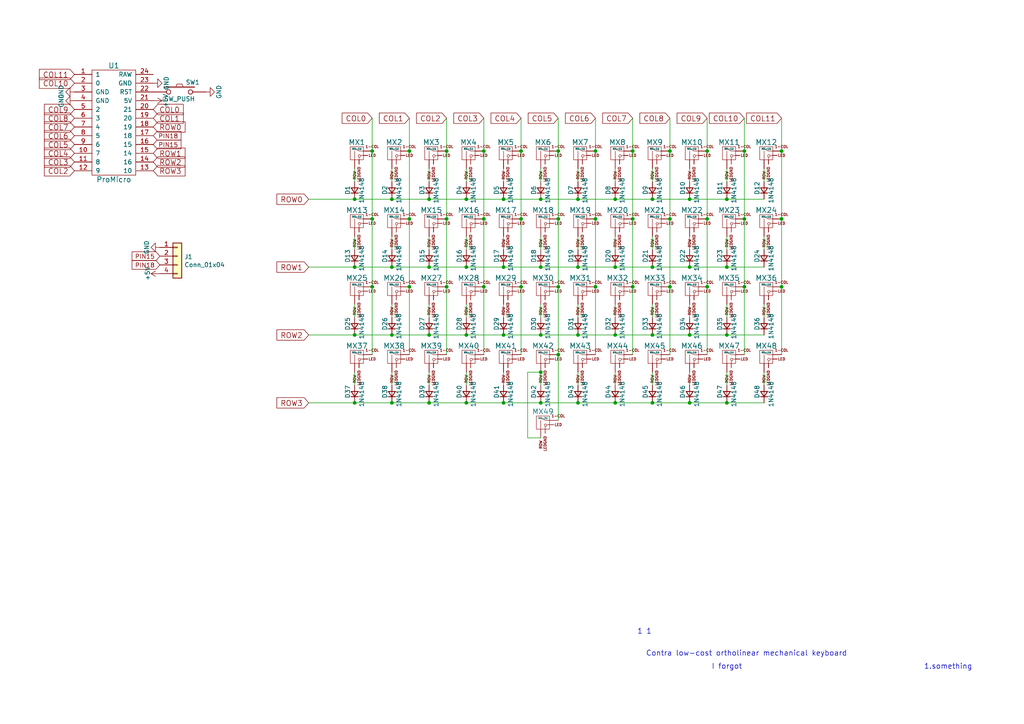
<source format=kicad_sch>
(kicad_sch (version 20211123) (generator eeschema)
  (paper "A4")
  (lib_symbols
    (symbol "Connector_Generic:Conn_01x04" (pin_names (offset 1.016) hide)
      (property "Reference" "J" (at 0 5.08 0))
      (property "Value" "Conn_01x04" (at 0 -7.62 0))
      (symbol "Conn_01x04_1_1"
        (pin passive line (at -5.08 2.54 0) (length 3.81) (name "Pin_1") (number "1"))
        (pin passive line (at -5.08 0 0) (length 3.81) (name "Pin_2") (number "2"))
        (pin passive line (at -5.08 -2.54 0) (length 3.81) (name "Pin_3") (number "3"))
        (pin passive line (at -5.08 -5.08 0) (length 3.81) (name "Pin_4") (number "4"))
      )
    )
    (symbol "Contra-rescue:MX-1U-MX_Alps_Hybrids" (pin_names (offset 1.016))
      (property "Reference" "MX" (at 0 3.175 0))
      (property "Value" "MX-1U-MX_Alps_Hybrids" (at 0 1.27 0))
      (symbol "MX-1U-MX_Alps_Hybrids_0_0"
        (text "1-COL" (at 4.445 1.905 0) (effects (font (size 0.762 0.762))))
        (text "LED" (at 4.445 -0.635 0) (effects (font (size 0.762 0.762))))
        (text "ROW" (at -0.635 -5.08 900) (effects (font (size 0.762 0.762)) (justify right)))
      )
      (symbol "MX-1U-MX_Alps_Hybrids_1_0"
        (text "LEDGND" (at 0.635 -3.81 900) (effects (font (size 0.762 0.762)) (justify right)))
      )
      (symbol "MX-1U-MX_Alps_Hybrids_1_1"
        (pin passive line (at 4.445 0.635 180) (length 2.54) (name "COL") (number "1"))
        (pin passive line (at -0.635 -4.445 90) (length 2.54) (name "ROW") (number "2"))
        (pin passive line (at 3.175 -0.635 180) (length 1.27) (name "LED") (number "3"))
        (pin passive line (at 0.635 -3.175 90) (length 1.27) (name "LEDGND") (number "4"))
      )
    )
    (symbol "Contra-rescue:MX-2U-MX_Alps_Hybrids" (pin_names (offset 1.016))
      (property "Reference" "MX" (at 0 3.175 0))
      (property "Value" "MX-2U-MX_Alps_Hybrids" (at 0 1.27 0))
      (symbol "MX-2U-MX_Alps_Hybrids_0_0"
        (text "1-COL" (at 4.445 1.905 0) (effects (font (size 0.762 0.762))))
        (text "LED" (at 4.445 -0.635 0) (effects (font (size 0.762 0.762))))
        (text "ROW" (at -0.635 -5.08 900) (effects (font (size 0.762 0.762)) (justify right)))
      )
      (symbol "MX-2U-MX_Alps_Hybrids_1_0"
        (text "LEDGND" (at 0.635 -3.81 900) (effects (font (size 0.762 0.762)) (justify right)))
      )
      (symbol "MX-2U-MX_Alps_Hybrids_1_1"
        (pin passive line (at 4.445 0.635 180) (length 2.54) (name "COL") (number "1"))
        (pin passive line (at -0.635 -4.445 90) (length 2.54) (name "ROW") (number "2"))
        (pin passive line (at 3.175 -0.635 180) (length 1.27) (name "LED") (number "3"))
        (pin passive line (at 0.635 -3.175 90) (length 1.27) (name "LEDGND") (number "4"))
      )
    )
    (symbol "Contra-rescue:ProMicro-josh" (pin_names (offset 1.016))
      (property "Reference" "U" (at 0 26.67 0))
      (property "Value" "ProMicro-josh" (at 0 -6.35 0))
      (symbol "ProMicro-josh_1_1"
        (pin input line (at -11.43 24.13 0) (length 5.08) (name "1") (number "1"))
        (pin input line (at -11.43 1.27 0) (length 5.08) (name "7") (number "10"))
        (pin input line (at -11.43 -1.27 0) (length 5.08) (name "8") (number "11"))
        (pin input line (at -11.43 -3.81 0) (length 5.08) (name "9") (number "12"))
        (pin input line (at 11.43 -3.81 180) (length 5.08) (name "10") (number "13"))
        (pin input line (at 11.43 -1.27 180) (length 5.08) (name "16") (number "14"))
        (pin input line (at 11.43 1.27 180) (length 5.08) (name "14") (number "15"))
        (pin input line (at 11.43 3.81 180) (length 5.08) (name "15") (number "16"))
        (pin input line (at 11.43 6.35 180) (length 5.08) (name "18") (number "17"))
        (pin input line (at 11.43 8.89 180) (length 5.08) (name "19") (number "18"))
        (pin input line (at 11.43 11.43 180) (length 5.08) (name "20") (number "19"))
        (pin input line (at -11.43 21.59 0) (length 5.08) (name "0") (number "2"))
        (pin input line (at 11.43 13.97 180) (length 5.08) (name "21") (number "20"))
        (pin input line (at 11.43 16.51 180) (length 5.08) (name "5V") (number "21"))
        (pin input line (at 11.43 19.05 180) (length 5.08) (name "RST") (number "22"))
        (pin input line (at 11.43 21.59 180) (length 5.08) (name "GND") (number "23"))
        (pin input line (at 11.43 24.13 180) (length 5.08) (name "RAW") (number "24"))
        (pin input line (at -11.43 19.05 0) (length 5.08) (name "GND") (number "3"))
        (pin input line (at -11.43 16.51 0) (length 5.08) (name "GND") (number "4"))
        (pin input line (at -11.43 13.97 0) (length 5.08) (name "2") (number "5"))
        (pin input line (at -11.43 11.43 0) (length 5.08) (name "3") (number "6"))
        (pin input line (at -11.43 8.89 0) (length 5.08) (name "4") (number "7"))
        (pin input line (at -11.43 6.35 0) (length 5.08) (name "5") (number "8"))
        (pin input line (at -11.43 3.81 0) (length 5.08) (name "6") (number "9"))
      )
    )
    (symbol "Device:D_Small" (pin_numbers hide) (pin_names (offset 0.254) hide)
      (property "Reference" "D" (at -1.27 2.032 0))
      (property "Value" "D_Small" (at -3.81 -2.032 0))
      (symbol "D_Small_1_1"
        (pin passive line (at -2.54 0 0) (length 1.778) (name "K") (number "1"))
        (pin passive line (at 2.54 0 180) (length 1.778) (name "A") (number "2"))
      )
    )
    (symbol "keyboard_parts:SW_PUSH" (pin_numbers hide) (pin_names (offset 1.016) hide)
      (property "Reference" "SW" (at 3.81 2.794 0))
      (property "Value" "SW_PUSH" (at 0 -2.032 0))
      (symbol "SW_PUSH_0_1"
        (pin passive inverted (at -7.62 0 0) (length 5.08) (name "1") (number "1"))
        (pin passive inverted (at 7.62 0 180) (length 5.08) (name "2") (number "2"))
      )
    )
    (symbol "power:+5V" (power) (pin_names (offset 0))
      (property "Value" "+5V" (at 0 3.556 0))
      (symbol "+5V_1_1"
        (pin power_in line (at 0 0 90) (length 0) hide (name "+5V") (number "1"))
      )
    )
    (symbol "power:GND" (power) (pin_names (offset 0))
      (property "Value" "GND" (at 0 -3.81 0))
      (symbol "GND_1_1"
        (pin power_in line (at 0 0 270) (length 0) hide (name "GND") (number "1"))
      )
    )
  )
  (junction (at 172.72 43.815))
  (junction (at 102.87 116.84))
  (junction (at 102.87 57.785))
  (junction (at 172.72 63.5))
  (junction (at 205.105 83.185))
  (junction (at 161.925 83.185))
  (junction (at 200.025 97.155))
  (junction (at 194.31 43.815))
  (junction (at 205.105 43.815))
  (junction (at 113.665 97.155))
  (junction (at 167.64 77.47))
  (junction (at 167.64 116.84))
  (junction (at 210.82 57.785))
  (junction (at 215.9 63.5))
  (junction (at 156.845 77.47))
  (junction (at 210.82 116.84))
  (junction (at 113.665 57.785))
  (junction (at 200.025 116.84))
  (junction (at 161.925 102.87))
  (junction (at 161.925 43.815))
  (junction (at 146.05 97.155))
  (junction (at 200.025 57.785))
  (junction (at 129.54 63.5))
  (junction (at 135.255 116.84))
  (junction (at 156.845 116.84))
  (junction (at 189.23 97.155))
  (junction (at 226.695 83.185))
  (junction (at 140.335 63.5))
  (junction (at 156.845 97.155))
  (junction (at 146.05 57.785))
  (junction (at 135.255 97.155))
  (junction (at 183.515 43.815))
  (junction (at 194.31 63.5))
  (junction (at 189.23 57.785))
  (junction (at 178.435 57.785))
  (junction (at 118.745 83.185))
  (junction (at 107.95 43.815))
  (junction (at 226.695 43.815))
  (junction (at 167.64 57.785))
  (junction (at 140.335 43.815))
  (junction (at 215.9 43.815))
  (junction (at 107.95 83.185))
  (junction (at 194.31 83.185))
  (junction (at 178.435 97.155))
  (junction (at 129.54 43.815))
  (junction (at 215.9 83.185))
  (junction (at 107.95 63.5))
  (junction (at 151.13 83.185))
  (junction (at 135.255 57.785))
  (junction (at 124.46 116.84))
  (junction (at 102.87 77.47))
  (junction (at 178.435 116.84))
  (junction (at 151.13 63.5))
  (junction (at 167.64 97.155))
  (junction (at 161.925 63.5))
  (junction (at 226.695 63.5))
  (junction (at 113.665 116.84))
  (junction (at 102.87 97.155))
  (junction (at 189.23 77.47))
  (junction (at 124.46 57.785))
  (junction (at 140.335 83.185))
  (junction (at 135.255 77.47))
  (junction (at 172.72 83.185))
  (junction (at 200.025 77.47))
  (junction (at 156.845 57.785))
  (junction (at 183.515 83.185))
  (junction (at 183.515 63.5))
  (junction (at 146.05 116.84))
  (junction (at 210.82 97.155))
  (junction (at 156.845 107.95))
  (junction (at 129.54 83.185))
  (junction (at 113.665 77.47))
  (junction (at 146.05 77.47))
  (junction (at 124.46 97.155))
  (junction (at 118.745 43.815))
  (junction (at 189.23 116.84))
  (junction (at 124.46 77.47))
  (junction (at 205.105 63.5))
  (junction (at 178.435 77.47))
  (junction (at 210.82 77.47))
  (junction (at 151.13 43.815))
  (junction (at 118.745 63.5))
  (wire (pts (xy 189.23 88.265) (xy 189.23 92.075)))
  (wire (pts (xy 189.23 48.895) (xy 189.23 52.705)))
  (wire (pts (xy 178.435 88.265) (xy 178.435 92.075)))
  (wire (pts (xy 161.925 102.87) (xy 161.925 121.92)))
  (wire (pts (xy 153.035 127) (xy 156.845 127)))
  (wire (pts (xy 146.05 88.265) (xy 146.05 92.075)))
  (wire (pts (xy 113.665 57.785) (xy 124.46 57.785)))
  (wire (pts (xy 200.025 97.155) (xy 210.82 97.155)))
  (wire (pts (xy 167.64 77.47) (xy 178.435 77.47)))
  (wire (pts (xy 200.025 107.95) (xy 200.025 111.76)))
  (wire (pts (xy 189.23 116.84) (xy 200.025 116.84)))
  (wire (pts (xy 210.82 77.47) (xy 221.615 77.47)))
  (wire (pts (xy 102.87 88.265) (xy 102.87 92.075)))
  (wire (pts (xy 156.845 48.895) (xy 156.845 52.705)))
  (wire (pts (xy 210.82 97.155) (xy 221.615 97.155)))
  (wire (pts (xy 140.335 34.29) (xy 140.335 43.815)))
  (wire (pts (xy 156.845 116.84) (xy 167.64 116.84)))
  (wire (pts (xy 205.105 63.5) (xy 205.105 83.185)))
  (wire (pts (xy 146.05 48.895) (xy 146.05 52.705)))
  (wire (pts (xy 135.255 97.155) (xy 146.05 97.155)))
  (wire (pts (xy 200.025 88.265) (xy 200.025 92.075)))
  (wire (pts (xy 161.925 34.29) (xy 161.925 43.815)))
  (wire (pts (xy 135.255 77.47) (xy 146.05 77.47)))
  (wire (pts (xy 151.13 43.815) (xy 151.13 63.5)))
  (wire (pts (xy 183.515 83.185) (xy 183.515 102.87)))
  (wire (pts (xy 161.925 43.815) (xy 161.925 63.5)))
  (wire (pts (xy 156.845 107.95) (xy 153.035 107.95)))
  (wire (pts (xy 200.025 68.58) (xy 200.025 72.39)))
  (wire (pts (xy 118.745 83.185) (xy 118.745 102.87)))
  (wire (pts (xy 194.31 83.185) (xy 194.31 102.87)))
  (wire (pts (xy 124.46 97.155) (xy 135.255 97.155)))
  (wire (pts (xy 113.665 116.84) (xy 124.46 116.84)))
  (wire (pts (xy 215.9 43.815) (xy 215.9 63.5)))
  (wire (pts (xy 89.535 116.84) (xy 102.87 116.84)))
  (wire (pts (xy 210.82 48.895) (xy 210.82 52.705)))
  (wire (pts (xy 172.72 83.185) (xy 172.72 102.87)))
  (wire (pts (xy 167.64 48.895) (xy 167.64 52.705)))
  (wire (pts (xy 124.46 57.785) (xy 135.255 57.785)))
  (wire (pts (xy 102.87 116.84) (xy 113.665 116.84)))
  (wire (pts (xy 200.025 77.47) (xy 210.82 77.47)))
  (wire (pts (xy 189.23 97.155) (xy 200.025 97.155)))
  (wire (pts (xy 118.745 34.29) (xy 118.745 43.815)))
  (wire (pts (xy 135.255 88.265) (xy 135.255 92.075)))
  (wire (pts (xy 183.515 34.29) (xy 183.515 43.815)))
  (wire (pts (xy 156.845 107.95) (xy 156.845 111.76)))
  (wire (pts (xy 178.435 107.95) (xy 178.435 111.76)))
  (wire (pts (xy 161.925 63.5) (xy 161.925 83.185)))
  (wire (pts (xy 140.335 63.5) (xy 140.335 83.185)))
  (wire (pts (xy 140.335 43.815) (xy 140.335 63.5)))
  (wire (pts (xy 129.54 63.5) (xy 129.54 83.185)))
  (wire (pts (xy 221.615 88.265) (xy 221.615 92.075)))
  (wire (pts (xy 161.925 83.185) (xy 161.925 102.87)))
  (wire (pts (xy 146.05 107.95) (xy 146.05 111.76)))
  (wire (pts (xy 89.535 57.785) (xy 102.87 57.785)))
  (wire (pts (xy 135.255 48.895) (xy 135.255 52.705)))
  (wire (pts (xy 205.105 34.29) (xy 205.105 43.815)))
  (wire (pts (xy 107.95 83.185) (xy 107.95 102.87)))
  (wire (pts (xy 205.105 83.185) (xy 205.105 102.87)))
  (wire (pts (xy 172.72 63.5) (xy 172.72 83.185)))
  (wire (pts (xy 226.695 63.5) (xy 226.695 83.185)))
  (wire (pts (xy 167.64 57.785) (xy 178.435 57.785)))
  (wire (pts (xy 102.87 107.95) (xy 102.87 111.76)))
  (wire (pts (xy 113.665 68.58) (xy 113.665 72.39)))
  (wire (pts (xy 102.87 97.155) (xy 113.665 97.155)))
  (wire (pts (xy 124.46 77.47) (xy 135.255 77.47)))
  (wire (pts (xy 135.255 68.58) (xy 135.255 72.39)))
  (wire (pts (xy 146.05 77.47) (xy 156.845 77.47)))
  (wire (pts (xy 189.23 57.785) (xy 200.025 57.785)))
  (wire (pts (xy 200.025 48.895) (xy 200.025 52.705)))
  (wire (pts (xy 200.025 116.84) (xy 210.82 116.84)))
  (wire (pts (xy 221.615 68.58) (xy 221.615 72.39)))
  (wire (pts (xy 178.435 77.47) (xy 189.23 77.47)))
  (wire (pts (xy 146.05 97.155) (xy 156.845 97.155)))
  (wire (pts (xy 151.13 63.5) (xy 151.13 83.185)))
  (wire (pts (xy 113.665 88.265) (xy 113.665 92.075)))
  (wire (pts (xy 210.82 116.84) (xy 221.615 116.84)))
  (wire (pts (xy 129.54 83.185) (xy 129.54 102.87)))
  (wire (pts (xy 215.9 34.29) (xy 215.9 43.815)))
  (wire (pts (xy 89.535 97.155) (xy 102.87 97.155)))
  (wire (pts (xy 226.695 43.815) (xy 226.695 63.5)))
  (wire (pts (xy 124.46 48.895) (xy 124.46 52.705)))
  (wire (pts (xy 124.46 88.265) (xy 124.46 92.075)))
  (wire (pts (xy 118.745 63.5) (xy 118.745 83.185)))
  (wire (pts (xy 113.665 48.895) (xy 113.665 52.705)))
  (wire (pts (xy 135.255 107.95) (xy 135.255 111.76)))
  (wire (pts (xy 210.82 57.785) (xy 221.615 57.785)))
  (wire (pts (xy 153.035 107.95) (xy 153.035 127)))
  (wire (pts (xy 226.695 83.185) (xy 226.695 102.87)))
  (wire (pts (xy 178.435 116.84) (xy 189.23 116.84)))
  (wire (pts (xy 102.87 77.47) (xy 113.665 77.47)))
  (wire (pts (xy 194.31 34.29) (xy 194.31 43.815)))
  (wire (pts (xy 210.82 107.95) (xy 210.82 111.76)))
  (wire (pts (xy 194.31 63.5) (xy 194.31 83.185)))
  (wire (pts (xy 189.23 68.58) (xy 189.23 72.39)))
  (wire (pts (xy 107.95 43.815) (xy 107.95 63.5)))
  (wire (pts (xy 135.255 116.84) (xy 146.05 116.84)))
  (wire (pts (xy 89.535 77.47) (xy 102.87 77.47)))
  (wire (pts (xy 124.46 107.95) (xy 124.46 111.76)))
  (wire (pts (xy 167.64 68.58) (xy 167.64 72.39)))
  (wire (pts (xy 221.615 107.95) (xy 221.615 111.76)))
  (wire (pts (xy 172.72 34.29) (xy 172.72 43.815)))
  (wire (pts (xy 167.64 107.95) (xy 167.64 111.76)))
  (wire (pts (xy 178.435 57.785) (xy 189.23 57.785)))
  (wire (pts (xy 210.82 88.265) (xy 210.82 92.075)))
  (wire (pts (xy 156.845 68.58) (xy 156.845 72.39)))
  (wire (pts (xy 178.435 97.155) (xy 189.23 97.155)))
  (wire (pts (xy 167.64 88.265) (xy 167.64 92.075)))
  (wire (pts (xy 156.845 77.47) (xy 167.64 77.47)))
  (wire (pts (xy 172.72 43.815) (xy 172.72 63.5)))
  (wire (pts (xy 221.615 48.895) (xy 221.615 52.705)))
  (wire (pts (xy 151.13 83.185) (xy 151.13 102.87)))
  (wire (pts (xy 146.05 116.84) (xy 156.845 116.84)))
  (wire (pts (xy 146.05 57.785) (xy 156.845 57.785)))
  (wire (pts (xy 156.845 88.265) (xy 156.845 92.075)))
  (wire (pts (xy 107.95 34.29) (xy 107.95 43.815)))
  (wire (pts (xy 189.23 107.95) (xy 189.23 111.76)))
  (wire (pts (xy 151.13 34.29) (xy 151.13 43.815)))
  (wire (pts (xy 135.255 57.785) (xy 146.05 57.785)))
  (wire (pts (xy 194.31 43.815) (xy 194.31 63.5)))
  (wire (pts (xy 129.54 43.815) (xy 129.54 63.5)))
  (wire (pts (xy 200.025 57.785) (xy 210.82 57.785)))
  (wire (pts (xy 102.87 48.895) (xy 102.87 52.705)))
  (wire (pts (xy 118.745 43.815) (xy 118.745 63.5)))
  (wire (pts (xy 146.05 68.58) (xy 146.05 72.39)))
  (wire (pts (xy 183.515 63.5) (xy 183.515 83.185)))
  (wire (pts (xy 226.695 34.29) (xy 226.695 43.815)))
  (wire (pts (xy 167.64 116.84) (xy 178.435 116.84)))
  (wire (pts (xy 156.845 57.785) (xy 167.64 57.785)))
  (wire (pts (xy 205.105 43.815) (xy 205.105 63.5)))
  (wire (pts (xy 140.335 83.185) (xy 140.335 102.87)))
  (wire (pts (xy 124.46 68.58) (xy 124.46 72.39)))
  (wire (pts (xy 189.23 77.47) (xy 200.025 77.47)))
  (wire (pts (xy 113.665 107.95) (xy 113.665 111.76)))
  (wire (pts (xy 102.87 57.785) (xy 113.665 57.785)))
  (wire (pts (xy 178.435 68.58) (xy 178.435 72.39)))
  (wire (pts (xy 215.9 83.185) (xy 215.9 102.87)))
  (wire (pts (xy 107.95 63.5) (xy 107.95 83.185)))
  (wire (pts (xy 113.665 97.155) (xy 124.46 97.155)))
  (wire (pts (xy 156.845 97.155) (xy 167.64 97.155)))
  (wire (pts (xy 167.64 97.155) (xy 178.435 97.155)))
  (wire (pts (xy 183.515 43.815) (xy 183.515 63.5)))
  (wire (pts (xy 102.87 68.58) (xy 102.87 72.39)))
  (wire (pts (xy 129.54 34.29) (xy 129.54 43.815)))
  (wire (pts (xy 178.435 48.895) (xy 178.435 52.705)))
  (wire (pts (xy 113.665 77.47) (xy 124.46 77.47)))
  (wire (pts (xy 124.46 116.84) (xy 135.255 116.84)))
  (wire (pts (xy 210.82 68.58) (xy 210.82 72.39)))
  (wire (pts (xy 215.9 63.5) (xy 215.9 83.185)))
  (text "1 1\n" (at 184.785 184.15 0) (effects (font (size 1.524 1.524)) (justify left bottom)))
  (text "1.something\n" (at 267.97 194.31 0) (effects (font (size 1.524 1.524)) (justify left bottom)))
  (text "I forgot" (at 206.375 194.31 0) (effects (font (size 1.524 1.524)) (justify left bottom)))
  (text "Contra low-cost ortholinear mechanical keyboard\n" (at 187.325 190.5 0) (effects (font (size 1.524 1.524)) (justify left bottom)))
  (global_label "COL6" (shape input) (at 21.59 39.37 180) (effects (font (size 1.524 1.524))) (property "Intersheet References" "${INTERSHEET_REFS}" (effects hide)))
  (global_label "COL11" (shape input) (at 226.695 34.29 180) (effects (font (size 1.524 1.524))) (property "Intersheet References" "${INTERSHEET_REFS}" (effects hide)))
  (global_label "COL10" (shape input) (at 215.9 34.29 180) (effects (font (size 1.524 1.524))) (property "Intersheet References" "${INTERSHEET_REFS}" (effects hide)))
  (global_label "ROW1" (shape input) (at 44.45 44.45 0) (effects (font (size 1.524 1.524))) (property "Intersheet References" "${INTERSHEET_REFS}" (effects hide)))
  (global_label "COL8" (shape input) (at 194.31 34.29 180) (effects (font (size 1.524 1.524))) (property "Intersheet References" "${INTERSHEET_REFS}" (effects hide)))
  (global_label "COL2" (shape input) (at 21.59 49.53 180) (effects (font (size 1.524 1.524))) (property "Intersheet References" "${INTERSHEET_REFS}" (effects hide)))
  (global_label "PIN15" (shape input) (at 44.45 41.91 0) (property "Intersheet References" "${INTERSHEET_REFS}" (effects hide)))
  (global_label "COL8" (shape input) (at 21.59 34.29 180) (effects (font (size 1.524 1.524))) (property "Intersheet References" "${INTERSHEET_REFS}" (effects hide)))
  (global_label "COL6" (shape input) (at 172.72 34.29 180) (effects (font (size 1.524 1.524))) (property "Intersheet References" "${INTERSHEET_REFS}" (effects hide)))
  (global_label "COL3" (shape input) (at 140.335 34.29 180) (effects (font (size 1.524 1.524))) (property "Intersheet References" "${INTERSHEET_REFS}" (effects hide)))
  (global_label "COL5" (shape input) (at 161.925 34.29 180) (effects (font (size 1.524 1.524))) (property "Intersheet References" "${INTERSHEET_REFS}" (effects hide)))
  (global_label "COL0" (shape input) (at 44.45 31.75 0) (effects (font (size 1.524 1.524))) (property "Intersheet References" "${INTERSHEET_REFS}" (effects hide)))
  (global_label "COL10" (shape input) (at 21.59 24.13 180) (effects (font (size 1.524 1.524))) (property "Intersheet References" "${INTERSHEET_REFS}" (effects hide)))
  (global_label "COL4" (shape input) (at 151.13 34.29 180) (effects (font (size 1.524 1.524))) (property "Intersheet References" "${INTERSHEET_REFS}" (effects hide)))
  (global_label "COL2" (shape input) (at 129.54 34.29 180) (effects (font (size 1.524 1.524))) (property "Intersheet References" "${INTERSHEET_REFS}" (effects hide)))
  (global_label "COL4" (shape input) (at 21.59 44.45 180) (effects (font (size 1.524 1.524))) (property "Intersheet References" "${INTERSHEET_REFS}" (effects hide)))
  (global_label "COL9" (shape input) (at 21.59 31.75 180) (effects (font (size 1.524 1.524))) (property "Intersheet References" "${INTERSHEET_REFS}" (effects hide)))
  (global_label "PIN18" (shape input) (at 44.45 39.37 0) (property "Intersheet References" "${INTERSHEET_REFS}" (effects hide)))
  (global_label "ROW3" (shape input) (at 89.535 116.84 180) (effects (font (size 1.524 1.524))) (property "Intersheet References" "${INTERSHEET_REFS}" (effects hide)))
  (global_label "COL0" (shape input) (at 107.95 34.29 180) (effects (font (size 1.524 1.524))) (property "Intersheet References" "${INTERSHEET_REFS}" (effects hide)))
  (global_label "COL7" (shape input) (at 21.59 36.83 180) (effects (font (size 1.524 1.524))) (property "Intersheet References" "${INTERSHEET_REFS}" (effects hide)))
  (global_label "COL9" (shape input) (at 205.105 34.29 180) (effects (font (size 1.524 1.524))) (property "Intersheet References" "${INTERSHEET_REFS}" (effects hide)))
  (global_label "ROW0" (shape input) (at 44.45 36.83 0) (effects (font (size 1.524 1.524))) (property "Intersheet References" "${INTERSHEET_REFS}" (effects hide)))
  (global_label "ROW0" (shape input) (at 89.535 57.785 180) (effects (font (size 1.524 1.524))) (property "Intersheet References" "${INTERSHEET_REFS}" (effects hide)))
  (global_label "ROW1" (shape input) (at 89.535 77.47 180) (effects (font (size 1.524 1.524))) (property "Intersheet References" "${INTERSHEET_REFS}" (effects hide)))
  (global_label "COL11" (shape input) (at 21.59 21.59 180) (effects (font (size 1.524 1.524))) (property "Intersheet References" "${INTERSHEET_REFS}" (effects hide)))
  (global_label "ROW2" (shape input) (at 44.45 46.99 0) (effects (font (size 1.524 1.524))) (property "Intersheet References" "${INTERSHEET_REFS}" (effects hide)))
  (global_label "COL7" (shape input) (at 183.515 34.29 180) (effects (font (size 1.524 1.524))) (property "Intersheet References" "${INTERSHEET_REFS}" (effects hide)))
  (global_label "COL3" (shape input) (at 21.59 46.99 180) (effects (font (size 1.524 1.524))) (property "Intersheet References" "${INTERSHEET_REFS}" (effects hide)))
  (global_label "ROW2" (shape input) (at 89.535 97.155 180) (effects (font (size 1.524 1.524))) (property "Intersheet References" "${INTERSHEET_REFS}" (effects hide)))
  (global_label "PIN15" (shape input) (at 46.355 74.295 180) (property "Intersheet References" "${INTERSHEET_REFS}" (effects hide)))
  (global_label "COL1" (shape input) (at 44.45 34.29 0) (effects (font (size 1.524 1.524))) (property "Intersheet References" "${INTERSHEET_REFS}" (effects hide)))
  (global_label "PIN18" (shape input) (at 46.355 76.835 180) (property "Intersheet References" "${INTERSHEET_REFS}" (effects hide)))
  (global_label "COL1" (shape input) (at 118.745 34.29 180) (effects (font (size 1.524 1.524))) (property "Intersheet References" "${INTERSHEET_REFS}" (effects hide)))
  (global_label "ROW3" (shape input) (at 44.45 49.53 0) (effects (font (size 1.524 1.524))) (property "Intersheet References" "${INTERSHEET_REFS}" (effects hide)))
  (global_label "COL5" (shape input) (at 21.59 41.91 180) (effects (font (size 1.524 1.524))) (property "Intersheet References" "${INTERSHEET_REFS}" (effects hide)))
  (symbol (lib_id "Contra-rescue:ProMicro-josh") (at 33.02 45.72 0) (unit 1)
    (property "Reference" "U1" (at 33.02 19.05 0) (effects (font (size 1.524 1.524))))
    (property "Value" "ProMicro" (at 33.02 52.07 0) (effects (font (size 1.524 1.524))))
    (property "Footprint" "locallib:pro_micro" (effects hide))
  )
  (symbol (lib_id "Contra-rescue:MX-1U-MX_Alps_Hybrids") (at 103.505 44.45 0) (unit 1)
    (property "Reference" "MX1" (at 103.505 41.275 0) (effects (font (size 1.524 1.524))))
    (property "Value" "MX-1U" (at 103.505 43.18 0) (effects (font (size 0.508 0.508))))
    (property "Footprint" "MX_Alps_Hybrid:MX-1U-NoLED" (effects hide))
  )
  (symbol (lib_id "Device:D_Small") (at 102.87 55.245 90) (unit 1)
    (property "Reference" "D1" (at 100.838 56.515 0) (effects (justify left)))
    (property "Value" "1N4148" (at 104.902 59.055 0) (effects (justify left)))
    (property "Footprint" "locallib:D_DO-35_SOD27_P7.62mm_Horizontal-DoubleSided" (effects hide))
  )
  (symbol (lib_id "Contra-rescue:MX-1U-MX_Alps_Hybrids") (at 114.3 44.45 0) (unit 1)
    (property "Reference" "MX2" (at 114.3 41.275 0) (effects (font (size 1.524 1.524))))
    (property "Value" "MX-1U" (at 114.3 43.18 0) (effects (font (size 0.508 0.508))))
    (property "Footprint" "MX_Alps_Hybrid:MX-1U-NoLED" (effects hide))
  )
  (symbol (lib_id "Device:D_Small") (at 113.665 55.245 90) (unit 1)
    (property "Reference" "D2" (at 111.633 56.515 0) (effects (justify left)))
    (property "Value" "1N4148" (at 115.697 59.055 0) (effects (justify left)))
    (property "Footprint" "locallib:D_DO-35_SOD27_P7.62mm_Horizontal-DoubleSided" (effects hide))
  )
  (symbol (lib_id "Contra-rescue:MX-1U-MX_Alps_Hybrids") (at 125.095 44.45 0) (unit 1)
    (property "Reference" "MX3" (at 125.095 41.275 0) (effects (font (size 1.524 1.524))))
    (property "Value" "MX-1U" (at 125.095 43.18 0) (effects (font (size 0.508 0.508))))
    (property "Footprint" "MX_Alps_Hybrid:MX-1U-NoLED" (effects hide))
  )
  (symbol (lib_id "Device:D_Small") (at 124.46 55.245 90) (unit 1)
    (property "Reference" "D3" (at 122.428 56.515 0) (effects (justify left)))
    (property "Value" "1N4148" (at 126.492 59.055 0) (effects (justify left)))
    (property "Footprint" "locallib:D_DO-35_SOD27_P7.62mm_Horizontal-DoubleSided" (effects hide))
  )
  (symbol (lib_id "Contra-rescue:MX-1U-MX_Alps_Hybrids") (at 135.89 44.45 0) (unit 1)
    (property "Reference" "MX4" (at 135.89 41.275 0) (effects (font (size 1.524 1.524))))
    (property "Value" "MX-1U" (at 135.89 43.18 0) (effects (font (size 0.508 0.508))))
    (property "Footprint" "MX_Alps_Hybrid:MX-1U-NoLED" (effects hide))
  )
  (symbol (lib_id "Device:D_Small") (at 135.255 55.245 90) (unit 1)
    (property "Reference" "D4" (at 133.223 56.515 0) (effects (justify left)))
    (property "Value" "1N4148" (at 137.287 59.055 0) (effects (justify left)))
    (property "Footprint" "locallib:D_DO-35_SOD27_P7.62mm_Horizontal-DoubleSided" (effects hide))
  )
  (symbol (lib_id "Contra-rescue:MX-1U-MX_Alps_Hybrids") (at 146.685 44.45 0) (unit 1)
    (property "Reference" "MX5" (at 146.685 41.275 0) (effects (font (size 1.524 1.524))))
    (property "Value" "MX-1U" (at 146.685 43.18 0) (effects (font (size 0.508 0.508))))
    (property "Footprint" "MX_Alps_Hybrid:MX-1U-NoLED" (effects hide))
  )
  (symbol (lib_id "Device:D_Small") (at 146.05 55.245 90) (unit 1)
    (property "Reference" "D5" (at 144.018 56.515 0) (effects (justify left)))
    (property "Value" "1N4148" (at 148.082 59.055 0) (effects (justify left)))
    (property "Footprint" "locallib:D_DO-35_SOD27_P7.62mm_Horizontal-DoubleSided" (effects hide))
  )
  (symbol (lib_id "Contra-rescue:MX-1U-MX_Alps_Hybrids") (at 157.48 44.45 0) (unit 1)
    (property "Reference" "MX6" (at 157.48 41.275 0) (effects (font (size 1.524 1.524))))
    (property "Value" "MX-1U" (at 157.48 43.18 0) (effects (font (size 0.508 0.508))))
    (property "Footprint" "MX_Alps_Hybrid:MX-1U-NoLED" (effects hide))
  )
  (symbol (lib_id "Device:D_Small") (at 156.845 55.245 90) (unit 1)
    (property "Reference" "D6" (at 154.813 56.515 0) (effects (justify left)))
    (property "Value" "1N4148" (at 158.877 59.055 0) (effects (justify left)))
    (property "Footprint" "locallib:D_DO-35_SOD27_P7.62mm_Horizontal-DoubleSided" (effects hide))
  )
  (symbol (lib_id "Contra-rescue:MX-1U-MX_Alps_Hybrids") (at 168.275 44.45 0) (unit 1)
    (property "Reference" "MX7" (at 168.275 41.275 0) (effects (font (size 1.524 1.524))))
    (property "Value" "MX-1U" (at 168.275 43.18 0) (effects (font (size 0.508 0.508))))
    (property "Footprint" "MX_Alps_Hybrid:MX-1U-NoLED" (effects hide))
  )
  (symbol (lib_id "Device:D_Small") (at 167.64 55.245 90) (unit 1)
    (property "Reference" "D7" (at 165.608 56.515 0) (effects (justify left)))
    (property "Value" "1N4148" (at 169.672 59.055 0) (effects (justify left)))
    (property "Footprint" "locallib:D_DO-35_SOD27_P7.62mm_Horizontal-DoubleSided" (effects hide))
  )
  (symbol (lib_id "Contra-rescue:MX-1U-MX_Alps_Hybrids") (at 179.07 44.45 0) (unit 1)
    (property "Reference" "MX8" (at 179.07 41.275 0) (effects (font (size 1.524 1.524))))
    (property "Value" "MX-1U" (at 179.07 43.18 0) (effects (font (size 0.508 0.508))))
    (property "Footprint" "MX_Alps_Hybrid:MX-1U-NoLED" (effects hide))
  )
  (symbol (lib_id "Device:D_Small") (at 178.435 55.245 90) (unit 1)
    (property "Reference" "D8" (at 176.403 56.515 0) (effects (justify left)))
    (property "Value" "1N4148" (at 180.467 59.055 0) (effects (justify left)))
    (property "Footprint" "locallib:D_DO-35_SOD27_P7.62mm_Horizontal-DoubleSided" (effects hide))
  )
  (symbol (lib_id "Contra-rescue:MX-1U-MX_Alps_Hybrids") (at 189.865 44.45 0) (unit 1)
    (property "Reference" "MX9" (at 189.865 41.275 0) (effects (font (size 1.524 1.524))))
    (property "Value" "MX-1U" (at 189.865 43.18 0) (effects (font (size 0.508 0.508))))
    (property "Footprint" "MX_Alps_Hybrid:MX-1U-NoLED" (effects hide))
  )
  (symbol (lib_id "Device:D_Small") (at 189.23 55.245 90) (unit 1)
    (property "Reference" "D9" (at 187.198 56.515 0) (effects (justify left)))
    (property "Value" "1N4148" (at 191.262 59.055 0) (effects (justify left)))
    (property "Footprint" "locallib:D_DO-35_SOD27_P7.62mm_Horizontal-DoubleSided" (effects hide))
  )
  (symbol (lib_id "Contra-rescue:MX-1U-MX_Alps_Hybrids") (at 200.66 44.45 0) (unit 1)
    (property "Reference" "MX10" (at 200.66 41.275 0) (effects (font (size 1.524 1.524))))
    (property "Value" "MX-1U" (at 200.66 43.18 0) (effects (font (size 0.508 0.508))))
    (property "Footprint" "MX_Alps_Hybrid:MX-1U-NoLED" (effects hide))
  )
  (symbol (lib_id "Device:D_Small") (at 200.025 55.245 90) (unit 1)
    (property "Reference" "D10" (at 197.993 56.515 0) (effects (justify left)))
    (property "Value" "1N4148" (at 202.057 59.055 0) (effects (justify left)))
    (property "Footprint" "locallib:D_DO-35_SOD27_P7.62mm_Horizontal-DoubleSided" (effects hide))
  )
  (symbol (lib_id "Contra-rescue:MX-1U-MX_Alps_Hybrids") (at 211.455 44.45 0) (unit 1)
    (property "Reference" "MX11" (at 211.455 41.275 0) (effects (font (size 1.524 1.524))))
    (property "Value" "MX-1U" (at 211.455 43.18 0) (effects (font (size 0.508 0.508))))
    (property "Footprint" "MX_Alps_Hybrid:MX-1U-NoLED" (effects hide))
  )
  (symbol (lib_id "Device:D_Small") (at 210.82 55.245 90) (unit 1)
    (property "Reference" "D11" (at 208.788 56.515 0) (effects (justify left)))
    (property "Value" "1N4148" (at 212.852 59.055 0) (effects (justify left)))
    (property "Footprint" "locallib:D_DO-35_SOD27_P7.62mm_Horizontal-DoubleSided" (effects hide))
  )
  (symbol (lib_id "Contra-rescue:MX-1U-MX_Alps_Hybrids") (at 222.25 44.45 0) (unit 1)
    (property "Reference" "MX12" (at 222.25 41.275 0) (effects (font (size 1.524 1.524))))
    (property "Value" "MX-1U" (at 222.25 43.18 0) (effects (font (size 0.508 0.508))))
    (property "Footprint" "MX_Alps_Hybrid:MX-1U-NoLED" (effects hide))
  )
  (symbol (lib_id "Device:D_Small") (at 221.615 55.245 90) (unit 1)
    (property "Reference" "D12" (at 219.583 56.515 0) (effects (justify left)))
    (property "Value" "1N4148" (at 223.647 59.055 0) (effects (justify left)))
    (property "Footprint" "locallib:D_DO-35_SOD27_P7.62mm_Horizontal-DoubleSided" (effects hide))
  )
  (symbol (lib_id "Contra-rescue:MX-1U-MX_Alps_Hybrids") (at 103.505 64.135 0) (unit 1)
    (property "Reference" "MX13" (at 103.505 60.96 0) (effects (font (size 1.524 1.524))))
    (property "Value" "MX-1U" (at 103.505 62.865 0) (effects (font (size 0.508 0.508))))
    (property "Footprint" "MX_Alps_Hybrid:MX-1U-NoLED" (effects hide))
  )
  (symbol (lib_id "Device:D_Small") (at 102.87 74.93 90) (unit 1)
    (property "Reference" "D13" (at 100.838 76.2 0) (effects (justify left)))
    (property "Value" "1N4148" (at 104.902 78.74 0) (effects (justify left)))
    (property "Footprint" "locallib:D_DO-35_SOD27_P7.62mm_Horizontal-DoubleSided" (effects hide))
  )
  (symbol (lib_id "Contra-rescue:MX-1U-MX_Alps_Hybrids") (at 114.3 64.135 0) (unit 1)
    (property "Reference" "MX14" (at 114.3 60.96 0) (effects (font (size 1.524 1.524))))
    (property "Value" "MX-1U" (at 114.3 62.865 0) (effects (font (size 0.508 0.508))))
    (property "Footprint" "MX_Alps_Hybrid:MX-1U-NoLED" (effects hide))
  )
  (symbol (lib_id "Device:D_Small") (at 113.665 74.93 90) (unit 1)
    (property "Reference" "D14" (at 111.633 76.2 0) (effects (justify left)))
    (property "Value" "1N4148" (at 115.697 78.74 0) (effects (justify left)))
    (property "Footprint" "locallib:D_DO-35_SOD27_P7.62mm_Horizontal-DoubleSided" (effects hide))
  )
  (symbol (lib_id "Contra-rescue:MX-1U-MX_Alps_Hybrids") (at 125.095 64.135 0) (unit 1)
    (property "Reference" "MX15" (at 125.095 60.96 0) (effects (font (size 1.524 1.524))))
    (property "Value" "MX-1U" (at 125.095 62.865 0) (effects (font (size 0.508 0.508))))
    (property "Footprint" "MX_Alps_Hybrid:MX-1U-NoLED" (effects hide))
  )
  (symbol (lib_id "Device:D_Small") (at 124.46 74.93 90) (unit 1)
    (property "Reference" "D15" (at 122.428 76.2 0) (effects (justify left)))
    (property "Value" "1N4148" (at 126.492 78.74 0) (effects (justify left)))
    (property "Footprint" "locallib:D_DO-35_SOD27_P7.62mm_Horizontal-DoubleSided" (effects hide))
  )
  (symbol (lib_id "Contra-rescue:MX-1U-MX_Alps_Hybrids") (at 135.89 64.135 0) (unit 1)
    (property "Reference" "MX16" (at 135.89 60.96 0) (effects (font (size 1.524 1.524))))
    (property "Value" "MX-1U" (at 135.89 62.865 0) (effects (font (size 0.508 0.508))))
    (property "Footprint" "MX_Alps_Hybrid:MX-1U-NoLED" (effects hide))
  )
  (symbol (lib_id "Device:D_Small") (at 135.255 74.93 90) (unit 1)
    (property "Reference" "D16" (at 133.223 76.2 0) (effects (justify left)))
    (property "Value" "1N4148" (at 137.287 78.74 0) (effects (justify left)))
    (property "Footprint" "locallib:D_DO-35_SOD27_P7.62mm_Horizontal-DoubleSided" (effects hide))
  )
  (symbol (lib_id "Contra-rescue:MX-1U-MX_Alps_Hybrids") (at 146.685 64.135 0) (unit 1)
    (property "Reference" "MX17" (at 146.685 60.96 0) (effects (font (size 1.524 1.524))))
    (property "Value" "MX-1U" (at 146.685 62.865 0) (effects (font (size 0.508 0.508))))
    (property "Footprint" "MX_Alps_Hybrid:MX-1U-NoLED" (effects hide))
  )
  (symbol (lib_id "Device:D_Small") (at 146.05 74.93 90) (unit 1)
    (property "Reference" "D17" (at 144.018 76.2 0) (effects (justify left)))
    (property "Value" "1N4148" (at 148.082 78.74 0) (effects (justify left)))
    (property "Footprint" "locallib:D_DO-35_SOD27_P7.62mm_Horizontal-DoubleSided" (effects hide))
  )
  (symbol (lib_id "Contra-rescue:MX-1U-MX_Alps_Hybrids") (at 157.48 64.135 0) (unit 1)
    (property "Reference" "MX18" (at 157.48 60.96 0) (effects (font (size 1.524 1.524))))
    (property "Value" "MX-1U" (at 157.48 62.865 0) (effects (font (size 0.508 0.508))))
    (property "Footprint" "MX_Alps_Hybrid:MX-1U-NoLED" (effects hide))
  )
  (symbol (lib_id "Device:D_Small") (at 156.845 74.93 90) (unit 1)
    (property "Reference" "D18" (at 154.813 76.2 0) (effects (justify left)))
    (property "Value" "1N4148" (at 158.877 78.74 0) (effects (justify left)))
    (property "Footprint" "locallib:D_DO-35_SOD27_P7.62mm_Horizontal-DoubleSided" (effects hide))
  )
  (symbol (lib_id "Contra-rescue:MX-1U-MX_Alps_Hybrids") (at 168.275 64.135 0) (unit 1)
    (property "Reference" "MX19" (at 168.275 60.96 0) (effects (font (size 1.524 1.524))))
    (property "Value" "MX-1U" (at 168.275 62.865 0) (effects (font (size 0.508 0.508))))
    (property "Footprint" "MX_Alps_Hybrid:MX-1U-NoLED" (effects hide))
  )
  (symbol (lib_id "Device:D_Small") (at 167.64 74.93 90) (unit 1)
    (property "Reference" "D19" (at 165.608 76.2 0) (effects (justify left)))
    (property "Value" "1N4148" (at 169.672 78.74 0) (effects (justify left)))
    (property "Footprint" "locallib:D_DO-35_SOD27_P7.62mm_Horizontal-DoubleSided" (effects hide))
  )
  (symbol (lib_id "Contra-rescue:MX-1U-MX_Alps_Hybrids") (at 179.07 64.135 0) (unit 1)
    (property "Reference" "MX20" (at 179.07 60.96 0) (effects (font (size 1.524 1.524))))
    (property "Value" "MX-1U" (at 179.07 62.865 0) (effects (font (size 0.508 0.508))))
    (property "Footprint" "MX_Alps_Hybrid:MX-1U-NoLED" (effects hide))
  )
  (symbol (lib_id "Device:D_Small") (at 178.435 74.93 90) (unit 1)
    (property "Reference" "D20" (at 176.403 76.2 0) (effects (justify left)))
    (property "Value" "1N4148" (at 180.467 78.74 0) (effects (justify left)))
    (property "Footprint" "locallib:D_DO-35_SOD27_P7.62mm_Horizontal-DoubleSided" (effects hide))
  )
  (symbol (lib_id "Contra-rescue:MX-1U-MX_Alps_Hybrids") (at 189.865 64.135 0) (unit 1)
    (property "Reference" "MX21" (at 189.865 60.96 0) (effects (font (size 1.524 1.524))))
    (property "Value" "MX-1U" (at 189.865 62.865 0) (effects (font (size 0.508 0.508))))
    (property "Footprint" "MX_Alps_Hybrid:MX-1U-NoLED" (effects hide))
  )
  (symbol (lib_id "Device:D_Small") (at 189.23 74.93 90) (unit 1)
    (property "Reference" "D21" (at 187.198 76.2 0) (effects (justify left)))
    (property "Value" "1N4148" (at 191.262 78.74 0) (effects (justify left)))
    (property "Footprint" "locallib:D_DO-35_SOD27_P7.62mm_Horizontal-DoubleSided" (effects hide))
  )
  (symbol (lib_id "Contra-rescue:MX-1U-MX_Alps_Hybrids") (at 200.66 64.135 0) (unit 1)
    (property "Reference" "MX22" (at 200.66 60.96 0) (effects (font (size 1.524 1.524))))
    (property "Value" "MX-1U" (at 200.66 62.865 0) (effects (font (size 0.508 0.508))))
    (property "Footprint" "MX_Alps_Hybrid:MX-1U-NoLED" (effects hide))
  )
  (symbol (lib_id "Device:D_Small") (at 200.025 74.93 90) (unit 1)
    (property "Reference" "D22" (at 197.993 76.2 0) (effects (justify left)))
    (property "Value" "1N4148" (at 202.057 78.74 0) (effects (justify left)))
    (property "Footprint" "locallib:D_DO-35_SOD27_P7.62mm_Horizontal-DoubleSided" (effects hide))
  )
  (symbol (lib_id "Contra-rescue:MX-1U-MX_Alps_Hybrids") (at 211.455 64.135 0) (unit 1)
    (property "Reference" "MX23" (at 211.455 60.96 0) (effects (font (size 1.524 1.524))))
    (property "Value" "MX-1U" (at 211.455 62.865 0) (effects (font (size 0.508 0.508))))
    (property "Footprint" "MX_Alps_Hybrid:MX-1U-NoLED" (effects hide))
  )
  (symbol (lib_id "Device:D_Small") (at 210.82 74.93 90) (unit 1)
    (property "Reference" "D23" (at 208.788 76.2 0) (effects (justify left)))
    (property "Value" "1N4148" (at 212.852 78.74 0) (effects (justify left)))
    (property "Footprint" "locallib:D_DO-35_SOD27_P7.62mm_Horizontal-DoubleSided" (effects hide))
  )
  (symbol (lib_id "Contra-rescue:MX-1U-MX_Alps_Hybrids") (at 222.25 64.135 0) (unit 1)
    (property "Reference" "MX24" (at 222.25 60.96 0) (effects (font (size 1.524 1.524))))
    (property "Value" "MX-1U" (at 222.25 62.865 0) (effects (font (size 0.508 0.508))))
    (property "Footprint" "MX_Alps_Hybrid:MX-1U-NoLED" (effects hide))
  )
  (symbol (lib_id "Device:D_Small") (at 221.615 74.93 90) (unit 1)
    (property "Reference" "D24" (at 219.583 76.2 0) (effects (justify left)))
    (property "Value" "1N4148" (at 223.647 78.74 0) (effects (justify left)))
    (property "Footprint" "locallib:D_DO-35_SOD27_P7.62mm_Horizontal-DoubleSided" (effects hide))
  )
  (symbol (lib_id "Contra-rescue:MX-1U-MX_Alps_Hybrids") (at 103.505 83.82 0) (unit 1)
    (property "Reference" "MX25" (at 103.505 80.645 0) (effects (font (size 1.524 1.524))))
    (property "Value" "MX-1U" (at 103.505 82.55 0) (effects (font (size 0.508 0.508))))
    (property "Footprint" "MX_Alps_Hybrid:MX-1U-NoLED" (effects hide))
  )
  (symbol (lib_id "Device:D_Small") (at 102.87 94.615 90) (unit 1)
    (property "Reference" "D25" (at 100.838 95.885 0) (effects (justify left)))
    (property "Value" "1N4148" (at 104.902 98.425 0) (effects (justify left)))
    (property "Footprint" "locallib:D_DO-35_SOD27_P7.62mm_Horizontal-DoubleSided" (effects hide))
  )
  (symbol (lib_id "Contra-rescue:MX-1U-MX_Alps_Hybrids") (at 114.3 83.82 0) (unit 1)
    (property "Reference" "MX26" (at 114.3 80.645 0) (effects (font (size 1.524 1.524))))
    (property "Value" "MX-1U" (at 114.3 82.55 0) (effects (font (size 0.508 0.508))))
    (property "Footprint" "MX_Alps_Hybrid:MX-1U-NoLED" (effects hide))
  )
  (symbol (lib_id "Device:D_Small") (at 113.665 94.615 90) (unit 1)
    (property "Reference" "D26" (at 111.633 95.885 0) (effects (justify left)))
    (property "Value" "1N4148" (at 115.697 98.425 0) (effects (justify left)))
    (property "Footprint" "locallib:D_DO-35_SOD27_P7.62mm_Horizontal-DoubleSided" (effects hide))
  )
  (symbol (lib_id "Contra-rescue:MX-1U-MX_Alps_Hybrids") (at 125.095 83.82 0) (unit 1)
    (property "Reference" "MX27" (at 125.095 80.645 0) (effects (font (size 1.524 1.524))))
    (property "Value" "MX-1U" (at 125.095 82.55 0) (effects (font (size 0.508 0.508))))
    (property "Footprint" "MX_Alps_Hybrid:MX-1U-NoLED" (effects hide))
  )
  (symbol (lib_id "Device:D_Small") (at 124.46 94.615 90) (unit 1)
    (property "Reference" "D27" (at 122.428 95.885 0) (effects (justify left)))
    (property "Value" "1N4148" (at 126.492 98.425 0) (effects (justify left)))
    (property "Footprint" "locallib:D_DO-35_SOD27_P7.62mm_Horizontal-DoubleSided" (effects hide))
  )
  (symbol (lib_id "Contra-rescue:MX-1U-MX_Alps_Hybrids") (at 135.89 83.82 0) (unit 1)
    (property "Reference" "MX28" (at 135.89 80.645 0) (effects (font (size 1.524 1.524))))
    (property "Value" "MX-1U" (at 135.89 82.55 0) (effects (font (size 0.508 0.508))))
    (property "Footprint" "MX_Alps_Hybrid:MX-1U-NoLED" (effects hide))
  )
  (symbol (lib_id "Device:D_Small") (at 135.255 94.615 90) (unit 1)
    (property "Reference" "D28" (at 133.223 95.885 0) (effects (justify left)))
    (property "Value" "1N4148" (at 137.287 98.425 0) (effects (justify left)))
    (property "Footprint" "locallib:D_DO-35_SOD27_P7.62mm_Horizontal-DoubleSided" (effects hide))
  )
  (symbol (lib_id "Contra-rescue:MX-1U-MX_Alps_Hybrids") (at 146.685 83.82 0) (unit 1)
    (property "Reference" "MX29" (at 146.685 80.645 0) (effects (font (size 1.524 1.524))))
    (property "Value" "MX-1U" (at 146.685 82.55 0) (effects (font (size 0.508 0.508))))
    (property "Footprint" "MX_Alps_Hybrid:MX-1U-NoLED" (effects hide))
  )
  (symbol (lib_id "Device:D_Small") (at 146.05 94.615 90) (unit 1)
    (property "Reference" "D29" (at 144.018 95.885 0) (effects (justify left)))
    (property "Value" "1N4148" (at 148.082 98.425 0) (effects (justify left)))
    (property "Footprint" "locallib:D_DO-35_SOD27_P7.62mm_Horizontal-DoubleSided" (effects hide))
  )
  (symbol (lib_id "Contra-rescue:MX-1U-MX_Alps_Hybrids") (at 157.48 83.82 0) (unit 1)
    (property "Reference" "MX30" (at 157.48 80.645 0) (effects (font (size 1.524 1.524))))
    (property "Value" "MX-1U" (at 157.48 82.55 0) (effects (font (size 0.508 0.508))))
    (property "Footprint" "MX_Alps_Hybrid:MX-1U-NoLED" (effects hide))
  )
  (symbol (lib_id "Device:D_Small") (at 156.845 94.615 90) (unit 1)
    (property "Reference" "D30" (at 154.813 95.885 0) (effects (justify left)))
    (property "Value" "1N4148" (at 158.877 98.425 0) (effects (justify left)))
    (property "Footprint" "locallib:D_DO-35_SOD27_P7.62mm_Horizontal-DoubleSided" (effects hide))
  )
  (symbol (lib_id "Contra-rescue:MX-1U-MX_Alps_Hybrids") (at 168.275 83.82 0) (unit 1)
    (property "Reference" "MX31" (at 168.275 80.645 0) (effects (font (size 1.524 1.524))))
    (property "Value" "MX-1U" (at 168.275 82.55 0) (effects (font (size 0.508 0.508))))
    (property "Footprint" "MX_Alps_Hybrid:MX-1U-NoLED" (effects hide))
  )
  (symbol (lib_id "Device:D_Small") (at 167.64 94.615 90) (unit 1)
    (property "Reference" "D31" (at 165.608 95.885 0) (effects (justify left)))
    (property "Value" "1N4148" (at 169.672 98.425 0) (effects (justify left)))
    (property "Footprint" "locallib:D_DO-35_SOD27_P7.62mm_Horizontal-DoubleSided" (effects hide))
  )
  (symbol (lib_id "Contra-rescue:MX-1U-MX_Alps_Hybrids") (at 179.07 83.82 0) (unit 1)
    (property "Reference" "MX32" (at 179.07 80.645 0) (effects (font (size 1.524 1.524))))
    (property "Value" "MX-1U" (at 179.07 82.55 0) (effects (font (size 0.508 0.508))))
    (property "Footprint" "MX_Alps_Hybrid:MX-1U-NoLED" (effects hide))
  )
  (symbol (lib_id "Device:D_Small") (at 178.435 94.615 90) (unit 1)
    (property "Reference" "D32" (at 176.403 95.885 0) (effects (justify left)))
    (property "Value" "1N4148" (at 180.467 98.425 0) (effects (justify left)))
    (property "Footprint" "locallib:D_DO-35_SOD27_P7.62mm_Horizontal-DoubleSided" (effects hide))
  )
  (symbol (lib_id "Contra-rescue:MX-1U-MX_Alps_Hybrids") (at 189.865 83.82 0) (unit 1)
    (property "Reference" "MX33" (at 189.865 80.645 0) (effects (font (size 1.524 1.524))))
    (property "Value" "MX-1U" (at 189.865 82.55 0) (effects (font (size 0.508 0.508))))
    (property "Footprint" "MX_Alps_Hybrid:MX-1U-NoLED" (effects hide))
  )
  (symbol (lib_id "Device:D_Small") (at 189.23 94.615 90) (unit 1)
    (property "Reference" "D33" (at 187.198 95.885 0) (effects (justify left)))
    (property "Value" "1N4148" (at 191.262 98.425 0) (effects (justify left)))
    (property "Footprint" "locallib:D_DO-35_SOD27_P7.62mm_Horizontal-DoubleSided" (effects hide))
  )
  (symbol (lib_id "Contra-rescue:MX-1U-MX_Alps_Hybrids") (at 200.66 83.82 0) (unit 1)
    (property "Reference" "MX34" (at 200.66 80.645 0) (effects (font (size 1.524 1.524))))
    (property "Value" "MX-1U" (at 200.66 82.55 0) (effects (font (size 0.508 0.508))))
    (property "Footprint" "MX_Alps_Hybrid:MX-1U-NoLED" (effects hide))
  )
  (symbol (lib_id "Device:D_Small") (at 200.025 94.615 90) (unit 1)
    (property "Reference" "D34" (at 197.993 95.885 0) (effects (justify left)))
    (property "Value" "1N4148" (at 202.057 98.425 0) (effects (justify left)))
    (property "Footprint" "locallib:D_DO-35_SOD27_P7.62mm_Horizontal-DoubleSided" (effects hide))
  )
  (symbol (lib_id "Contra-rescue:MX-1U-MX_Alps_Hybrids") (at 211.455 83.82 0) (unit 1)
    (property "Reference" "MX35" (at 211.455 80.645 0) (effects (font (size 1.524 1.524))))
    (property "Value" "MX-1U" (at 211.455 82.55 0) (effects (font (size 0.508 0.508))))
    (property "Footprint" "MX_Alps_Hybrid:MX-1U-NoLED" (effects hide))
  )
  (symbol (lib_id "Device:D_Small") (at 210.82 94.615 90) (unit 1)
    (property "Reference" "D35" (at 208.788 95.885 0) (effects (justify left)))
    (property "Value" "1N4148" (at 212.852 98.425 0) (effects (justify left)))
    (property "Footprint" "locallib:D_DO-35_SOD27_P7.62mm_Horizontal-DoubleSided" (effects hide))
  )
  (symbol (lib_id "Contra-rescue:MX-1U-MX_Alps_Hybrids") (at 222.25 83.82 0) (unit 1)
    (property "Reference" "MX36" (at 222.25 80.645 0) (effects (font (size 1.524 1.524))))
    (property "Value" "MX-1U" (at 222.25 82.55 0) (effects (font (size 0.508 0.508))))
    (property "Footprint" "MX_Alps_Hybrid:MX-1U-NoLED" (effects hide))
  )
  (symbol (lib_id "Device:D_Small") (at 221.615 94.615 90) (unit 1)
    (property "Reference" "D36" (at 219.583 95.885 0) (effects (justify left)))
    (property "Value" "1N4148" (at 223.647 98.425 0) (effects (justify left)))
    (property "Footprint" "locallib:D_DO-35_SOD27_P7.62mm_Horizontal-DoubleSided" (effects hide))
  )
  (symbol (lib_id "Contra-rescue:MX-1U-MX_Alps_Hybrids") (at 103.505 103.505 0) (unit 1)
    (property "Reference" "MX37" (at 103.505 100.33 0) (effects (font (size 1.524 1.524))))
    (property "Value" "MX-1U" (at 103.505 102.235 0) (effects (font (size 0.508 0.508))))
    (property "Footprint" "MX_Alps_Hybrid:MX-1U-NoLED" (effects hide))
  )
  (symbol (lib_id "Device:D_Small") (at 102.87 114.3 90) (unit 1)
    (property "Reference" "D37" (at 100.838 115.57 0) (effects (justify left)))
    (property "Value" "1N4148" (at 104.902 118.11 0) (effects (justify left)))
    (property "Footprint" "locallib:D_DO-35_SOD27_P7.62mm_Horizontal-DoubleSided" (effects hide))
  )
  (symbol (lib_id "Contra-rescue:MX-1U-MX_Alps_Hybrids") (at 114.3 103.505 0) (unit 1)
    (property "Reference" "MX38" (at 114.3 100.33 0) (effects (font (size 1.524 1.524))))
    (property "Value" "MX-1U" (at 114.3 102.235 0) (effects (font (size 0.508 0.508))))
    (property "Footprint" "MX_Alps_Hybrid:MX-1U-NoLED" (effects hide))
  )
  (symbol (lib_id "Device:D_Small") (at 113.665 114.3 90) (unit 1)
    (property "Reference" "D38" (at 111.633 115.57 0) (effects (justify left)))
    (property "Value" "1N4148" (at 115.697 118.11 0) (effects (justify left)))
    (property "Footprint" "locallib:D_DO-35_SOD27_P7.62mm_Horizontal-DoubleSided" (effects hide))
  )
  (symbol (lib_id "Contra-rescue:MX-1U-MX_Alps_Hybrids") (at 125.095 103.505 0) (unit 1)
    (property "Reference" "MX39" (at 125.095 100.33 0) (effects (font (size 1.524 1.524))))
    (property "Value" "MX-1U" (at 125.095 102.235 0) (effects (font (size 0.508 0.508))))
    (property "Footprint" "MX_Alps_Hybrid:MX-1U-NoLED" (effects hide))
  )
  (symbol (lib_id "Device:D_Small") (at 124.46 114.3 90) (unit 1)
    (property "Reference" "D39" (at 122.428 115.57 0) (effects (justify left)))
    (property "Value" "1N4148" (at 126.492 118.11 0) (effects (justify left)))
    (property "Footprint" "locallib:D_DO-35_SOD27_P7.62mm_Horizontal-DoubleSided" (effects hide))
  )
  (symbol (lib_id "Contra-rescue:MX-1U-MX_Alps_Hybrids") (at 135.89 103.505 0) (unit 1)
    (property "Reference" "MX40" (at 135.89 100.33 0) (effects (font (size 1.524 1.524))))
    (property "Value" "MX-1U" (at 135.89 102.235 0) (effects (font (size 0.508 0.508))))
    (property "Footprint" "MX_Alps_Hybrid:MX-1U-NoLED" (effects hide))
  )
  (symbol (lib_id "Device:D_Small") (at 135.255 114.3 90) (unit 1)
    (property "Reference" "D40" (at 133.223 115.57 0) (effects (justify left)))
    (property "Value" "1N4148" (at 137.287 118.11 0) (effects (justify left)))
    (property "Footprint" "locallib:D_DO-35_SOD27_P7.62mm_Horizontal-DoubleSided" (effects hide))
  )
  (symbol (lib_id "Contra-rescue:MX-1U-MX_Alps_Hybrids") (at 146.685 103.505 0) (unit 1)
    (property "Reference" "MX41" (at 146.685 100.33 0) (effects (font (size 1.524 1.524))))
    (property "Value" "MX-1U" (at 146.685 102.235 0) (effects (font (size 0.508 0.508))))
    (property "Footprint" "MX_Alps_Hybrid:MX-1U-NoLED" (effects hide))
  )
  (symbol (lib_id "Device:D_Small") (at 146.05 114.3 90) (unit 1)
    (property "Reference" "D41" (at 144.018 115.57 0) (effects (justify left)))
    (property "Value" "1N4148" (at 148.082 118.11 0) (effects (justify left)))
    (property "Footprint" "locallib:D_DO-35_SOD27_P7.62mm_Horizontal-DoubleSided" (effects hide))
  )
  (symbol (lib_id "Contra-rescue:MX-1U-MX_Alps_Hybrids") (at 157.48 103.505 0) (unit 1)
    (property "Reference" "MX42" (at 157.48 100.33 0) (effects (font (size 1.524 1.524))))
    (property "Value" "MX-1U" (at 157.48 102.235 0) (effects (font (size 0.508 0.508))))
    (property "Footprint" "MX_Alps_Hybrid:MX-1U-NoLED" (effects hide))
  )
  (symbol (lib_id "Device:D_Small") (at 156.845 114.3 90) (unit 1)
    (property "Reference" "D42" (at 154.813 115.57 0) (effects (justify left)))
    (property "Value" "1N4148" (at 158.877 118.11 0) (effects (justify left)))
    (property "Footprint" "locallib:D_DO-35_SOD27_P7.62mm_Horizontal-DoubleSided" (effects hide))
  )
  (symbol (lib_id "Contra-rescue:MX-1U-MX_Alps_Hybrids") (at 168.275 103.505 0) (unit 1)
    (property "Reference" "MX43" (at 168.275 100.33 0) (effects (font (size 1.524 1.524))))
    (property "Value" "MX-1U" (at 168.275 102.235 0) (effects (font (size 0.508 0.508))))
    (property "Footprint" "MX_Alps_Hybrid:MX-1U-NoLED" (effects hide))
  )
  (symbol (lib_id "Device:D_Small") (at 167.64 114.3 90) (unit 1)
    (property "Reference" "D43" (at 165.608 115.57 0) (effects (justify left)))
    (property "Value" "1N4148" (at 169.672 118.11 0) (effects (justify left)))
    (property "Footprint" "locallib:D_DO-35_SOD27_P7.62mm_Horizontal-DoubleSided" (effects hide))
  )
  (symbol (lib_id "Contra-rescue:MX-1U-MX_Alps_Hybrids") (at 179.07 103.505 0) (unit 1)
    (property "Reference" "MX44" (at 179.07 100.33 0) (effects (font (size 1.524 1.524))))
    (property "Value" "MX-1U" (at 179.07 102.235 0) (effects (font (size 0.508 0.508))))
    (property "Footprint" "MX_Alps_Hybrid:MX-1U-NoLED" (effects hide))
  )
  (symbol (lib_id "Device:D_Small") (at 178.435 114.3 90) (unit 1)
    (property "Reference" "D44" (at 176.403 115.57 0) (effects (justify left)))
    (property "Value" "1N4148" (at 180.467 118.11 0) (effects (justify left)))
    (property "Footprint" "locallib:D_DO-35_SOD27_P7.62mm_Horizontal-DoubleSided" (effects hide))
  )
  (symbol (lib_id "Contra-rescue:MX-1U-MX_Alps_Hybrids") (at 189.865 103.505 0) (unit 1)
    (property "Reference" "MX45" (at 189.865 100.33 0) (effects (font (size 1.524 1.524))))
    (property "Value" "MX-1U" (at 189.865 102.235 0) (effects (font (size 0.508 0.508))))
    (property "Footprint" "MX_Alps_Hybrid:MX-1U-NoLED" (effects hide))
  )
  (symbol (lib_id "Device:D_Small") (at 189.23 114.3 90) (unit 1)
    (property "Reference" "D45" (at 187.198 115.57 0) (effects (justify left)))
    (property "Value" "1N4148" (at 191.262 118.11 0) (effects (justify left)))
    (property "Footprint" "locallib:D_DO-35_SOD27_P7.62mm_Horizontal-DoubleSided" (effects hide))
  )
  (symbol (lib_id "Contra-rescue:MX-1U-MX_Alps_Hybrids") (at 200.66 103.505 0) (unit 1)
    (property "Reference" "MX46" (at 200.66 100.33 0) (effects (font (size 1.524 1.524))))
    (property "Value" "MX-1U" (at 200.66 102.235 0) (effects (font (size 0.508 0.508))))
    (property "Footprint" "MX_Alps_Hybrid:MX-1U-NoLED" (effects hide))
  )
  (symbol (lib_id "Device:D_Small") (at 200.025 114.3 90) (unit 1)
    (property "Reference" "D46" (at 197.993 115.57 0) (effects (justify left)))
    (property "Value" "1N4148" (at 202.057 118.11 0) (effects (justify left)))
    (property "Footprint" "locallib:D_DO-35_SOD27_P7.62mm_Horizontal-DoubleSided" (effects hide))
  )
  (symbol (lib_id "Contra-rescue:MX-1U-MX_Alps_Hybrids") (at 211.455 103.505 0) (unit 1)
    (property "Reference" "MX47" (at 211.455 100.33 0) (effects (font (size 1.524 1.524))))
    (property "Value" "MX-1U" (at 211.455 102.235 0) (effects (font (size 0.508 0.508))))
    (property "Footprint" "MX_Alps_Hybrid:MX-1U-NoLED" (effects hide))
  )
  (symbol (lib_id "Device:D_Small") (at 210.82 114.3 90) (unit 1)
    (property "Reference" "D47" (at 208.788 115.57 0) (effects (justify left)))
    (property "Value" "1N4148" (at 212.852 118.11 0) (effects (justify left)))
    (property "Footprint" "locallib:D_DO-35_SOD27_P7.62mm_Horizontal-DoubleSided" (effects hide))
  )
  (symbol (lib_id "Contra-rescue:MX-1U-MX_Alps_Hybrids") (at 222.25 103.505 0) (unit 1)
    (property "Reference" "MX48" (at 222.25 100.33 0) (effects (font (size 1.524 1.524))))
    (property "Value" "MX-1U" (at 222.25 102.235 0) (effects (font (size 0.508 0.508))))
    (property "Footprint" "MX_Alps_Hybrid:MX-1U-NoLED" (effects hide))
  )
  (symbol (lib_id "Device:D_Small") (at 221.615 114.3 90) (unit 1)
    (property "Reference" "D48" (at 219.583 115.57 0) (effects (justify left)))
    (property "Value" "1N4148" (at 223.647 118.11 0) (effects (justify left)))
    (property "Footprint" "locallib:D_DO-35_SOD27_P7.62mm_Horizontal-DoubleSided" (effects hide))
  )
  (symbol (lib_id "Contra-rescue:MX-2U-MX_Alps_Hybrids") (at 157.48 122.555 0) (unit 1)
    (property "Reference" "MX49" (at 157.48 119.38 0) (effects (font (size 1.524 1.524))))
    (property "Value" "MX-2U" (at 157.48 121.285 0) (effects (font (size 0.508 0.508))))
    (property "Footprint" "MX_Alps_Hybrid:MX-2U-ReversedStabilizers-NoLED" (effects hide))
  )
  (symbol (lib_id "power:GND") (at 21.59 26.67 270) (unit 1)
    (property "Reference" "#PWR01" (effects hide))
    (property "Value" "GND" (at 17.78 26.67 0))
  )
  (symbol (lib_id "power:GND") (at 21.59 29.21 270) (unit 1)
    (property "Reference" "#PWR02" (effects hide))
    (property "Value" "GND" (at 17.78 29.21 0))
  )
  (symbol (lib_id "power:GND") (at 44.45 24.13 90) (unit 1)
    (property "Reference" "#PWR03" (effects hide))
    (property "Value" "GND" (at 48.26 24.13 0))
  )
  (symbol (lib_id "keyboard_parts:SW_PUSH") (at 52.07 26.67 0) (unit 1)
    (property "Reference" "SW1" (at 55.88 23.876 0))
    (property "Value" "SW_PUSH" (at 52.07 28.702 0))
    (property "Footprint" "Molex-0548190589:PushButton_6x6mm_TH_Pretty" (effects hide))
  )
  (symbol (lib_id "power:GND") (at 59.69 26.67 90) (unit 1)
    (property "Reference" "#PWR04" (effects hide))
    (property "Value" "GND" (at 63.5 26.67 0))
  )
  (symbol (lib_id "power:+5V") (at 44.45 29.21 270) (unit 1)
    (property "Reference" "#PWR05" (effects hide))
    (property "Value" "+5V" (at 48.006 29.21 0))
  )
  (symbol (lib_id "power:+5V") (at 46.355 79.375 90) (unit 1)
    (property "Reference" "#PWR06" (effects hide))
    (property "Value" "+5V" (at 42.799 79.375 0))
  )
  (symbol (lib_id "power:GND") (at 46.355 71.755 270) (unit 1)
    (property "Reference" "#PWR07" (effects hide))
    (property "Value" "GND" (at 42.545 71.755 0))
  )
  (symbol (lib_id "Connector_Generic:Conn_01x04") (at 51.435 74.295 0) (unit 1)
    (property "Reference" "J1" (at 53.467 74.4982 0) (effects (justify left)))
    (property "Value" "Conn_01x04" (at 53.467 76.8096 0) (effects (justify left)))
    (property "Footprint" "Pin_Headers:Pin_Header_Straight_1x04_Pitch2.54mm" (effects hide))
  )
)
</source>
